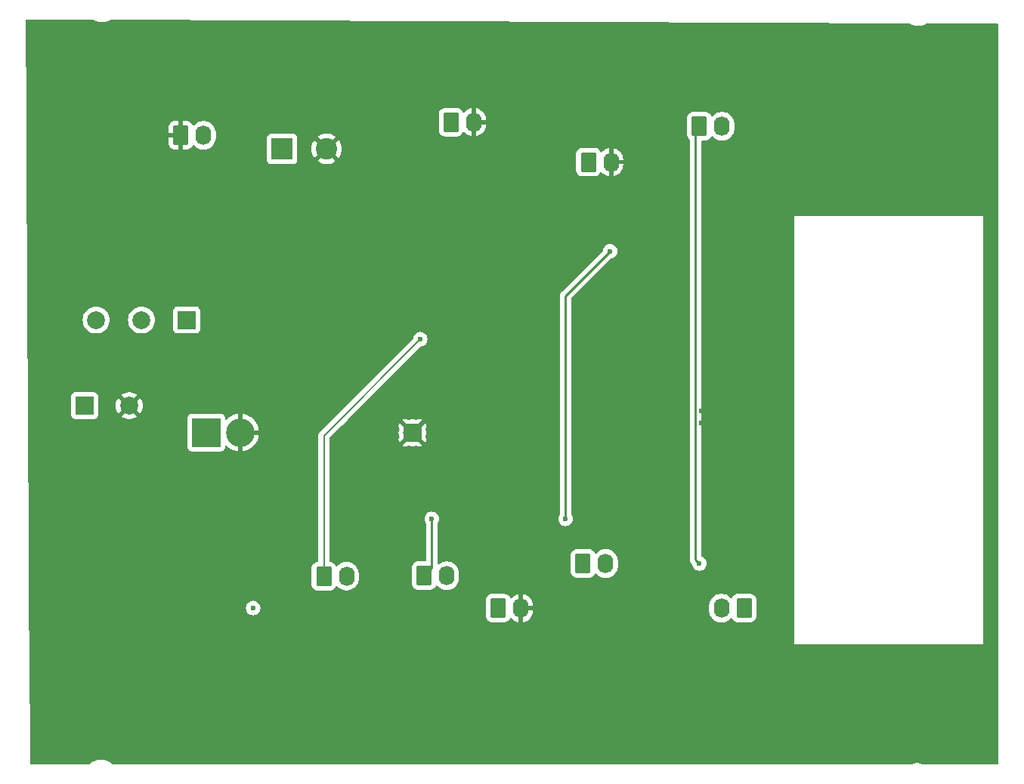
<source format=gbr>
%TF.GenerationSoftware,KiCad,Pcbnew,8.0.8*%
%TF.CreationDate,2025-03-12T15:52:42-05:00*%
%TF.ProjectId,group1_battlebot,67726f75-7031-45f6-9261-74746c65626f,rev?*%
%TF.SameCoordinates,Original*%
%TF.FileFunction,Copper,L2,Bot*%
%TF.FilePolarity,Positive*%
%FSLAX46Y46*%
G04 Gerber Fmt 4.6, Leading zero omitted, Abs format (unit mm)*
G04 Created by KiCad (PCBNEW 8.0.8) date 2025-03-12 15:52:42*
%MOMM*%
%LPD*%
G01*
G04 APERTURE LIST*
G04 Aperture macros list*
%AMRoundRect*
0 Rectangle with rounded corners*
0 $1 Rounding radius*
0 $2 $3 $4 $5 $6 $7 $8 $9 X,Y pos of 4 corners*
0 Add a 4 corners polygon primitive as box body*
4,1,4,$2,$3,$4,$5,$6,$7,$8,$9,$2,$3,0*
0 Add four circle primitives for the rounded corners*
1,1,$1+$1,$2,$3*
1,1,$1+$1,$4,$5*
1,1,$1+$1,$6,$7*
1,1,$1+$1,$8,$9*
0 Add four rect primitives between the rounded corners*
20,1,$1+$1,$2,$3,$4,$5,0*
20,1,$1+$1,$4,$5,$6,$7,0*
20,1,$1+$1,$6,$7,$8,$9,0*
20,1,$1+$1,$8,$9,$2,$3,0*%
G04 Aperture macros list end*
%TA.AperFunction,HeatsinkPad*%
%ADD10C,0.600000*%
%TD*%
%TA.AperFunction,ComponentPad*%
%ADD11RoundRect,0.250000X-0.620000X-0.845000X0.620000X-0.845000X0.620000X0.845000X-0.620000X0.845000X0*%
%TD*%
%TA.AperFunction,ComponentPad*%
%ADD12O,1.740000X2.190000*%
%TD*%
%TA.AperFunction,ComponentPad*%
%ADD13RoundRect,0.250000X0.620000X0.845000X-0.620000X0.845000X-0.620000X-0.845000X0.620000X-0.845000X0*%
%TD*%
%TA.AperFunction,HeatsinkPad*%
%ADD14C,0.500000*%
%TD*%
%TA.AperFunction,HeatsinkPad*%
%ADD15R,2.100000X2.100000*%
%TD*%
%TA.AperFunction,ComponentPad*%
%ADD16R,2.000000X2.000000*%
%TD*%
%TA.AperFunction,ComponentPad*%
%ADD17C,2.000000*%
%TD*%
%TA.AperFunction,ComponentPad*%
%ADD18R,2.400000X2.400000*%
%TD*%
%TA.AperFunction,ComponentPad*%
%ADD19C,2.400000*%
%TD*%
%TA.AperFunction,ComponentPad*%
%ADD20R,3.200000X3.200000*%
%TD*%
%TA.AperFunction,ComponentPad*%
%ADD21O,3.200000X3.200000*%
%TD*%
%TA.AperFunction,ViaPad*%
%ADD22C,0.600000*%
%TD*%
%TA.AperFunction,Conductor*%
%ADD23C,0.200000*%
%TD*%
%TA.AperFunction,Conductor*%
%ADD24C,0.254000*%
%TD*%
%TA.AperFunction,Conductor*%
%ADD25C,0.508000*%
%TD*%
G04 APERTURE END LIST*
D10*
%TO.P,U6,39,GND*%
%TO.N,GND*%
X117287600Y-87156000D03*
X115887600Y-87156000D03*
X117987600Y-87856000D03*
X116587600Y-87856000D03*
X115187600Y-87856000D03*
X117287600Y-88531000D03*
X115887600Y-88531000D03*
X117987600Y-89256000D03*
X116587600Y-89256000D03*
X115187600Y-89256000D03*
X117287600Y-89956000D03*
X115887600Y-89956000D03*
%TD*%
D11*
%TO.P,J7,1,Pin_1*%
%TO.N,+3.3V*%
X102565200Y-60000000D03*
D12*
%TO.P,J7,2,Pin_2*%
%TO.N,GND*%
X105105200Y-60000000D03*
%TD*%
D13*
%TO.P,J6,1,Pin_1*%
%TO.N,Net-(J6-Pin_1)*%
X120000000Y-110000000D03*
D12*
%TO.P,J6,2,Pin_2*%
%TO.N,Net-(J6-Pin_2)*%
X117460000Y-110000000D03*
%TD*%
D14*
%TO.P,U3,17,GND*%
%TO.N,GND*%
X82046200Y-89552600D03*
X82046200Y-90352600D03*
X82046200Y-91152600D03*
X82846200Y-89552600D03*
X82846200Y-90352600D03*
D15*
X82846200Y-90352600D03*
D14*
X82846200Y-91152600D03*
X83646200Y-89552600D03*
X83646200Y-90352600D03*
X83646200Y-91152600D03*
%TD*%
D16*
%TO.P,SW1,1,A*%
%TO.N,unconnected-(SW1-A-Pad1)*%
X57571100Y-77702800D03*
D17*
%TO.P,SW1,2,B*%
%TO.N,Net-(J1-Pin_2)*%
X52491100Y-77702800D03*
%TO.P,SW1,3,C*%
%TO.N,/12v_out*%
X47411100Y-77702800D03*
%TD*%
D11*
%TO.P,J5,1,Pin_1*%
%TO.N,Net-(J5-Pin_1)*%
X92460000Y-110000000D03*
D12*
%TO.P,J5,2,Pin_2*%
%TO.N,GND*%
X95000000Y-110000000D03*
%TD*%
D16*
%TO.P,C1,1*%
%TO.N,/12v_out*%
X46120623Y-87314400D03*
D17*
%TO.P,C1,2*%
%TO.N,GND*%
X51120623Y-87314400D03*
%TD*%
D11*
%TO.P,J9,1,Pin_1*%
%TO.N,Net-(J9-Pin_1)*%
X101960000Y-105000000D03*
D12*
%TO.P,J9,2,Pin_2*%
%TO.N,Net-(J9-Pin_2)*%
X104500000Y-105000000D03*
%TD*%
D11*
%TO.P,J3,1,Pin_1*%
%TO.N,Net-(J3-Pin_1)*%
X84149900Y-106364400D03*
D12*
%TO.P,J3,2,Pin_2*%
%TO.N,Net-(J3-Pin_2)*%
X86689900Y-106364400D03*
%TD*%
D11*
%TO.P,J1,1,Pin_1*%
%TO.N,GND*%
X56896000Y-56997600D03*
D12*
%TO.P,J1,2,Pin_2*%
%TO.N,Net-(J1-Pin_2)*%
X59436000Y-56997600D03*
%TD*%
D18*
%TO.P,C2,1*%
%TO.N,/3v3 output*%
X68237241Y-58521600D03*
D19*
%TO.P,C2,2*%
%TO.N,GND*%
X73237241Y-58521600D03*
%TD*%
D11*
%TO.P,J8,1,Pin_1*%
%TO.N,Net-(J8-Pin_1)*%
X115000000Y-55981600D03*
D12*
%TO.P,J8,2,Pin_2*%
%TO.N,unconnected-(J8-Pin_2-Pad2)*%
X117540000Y-55981600D03*
%TD*%
D20*
%TO.P,D1,1,K*%
%TO.N,Net-(D1-K)*%
X59740800Y-90322400D03*
D21*
%TO.P,D1,2,A*%
%TO.N,GND*%
X63550800Y-90322400D03*
%TD*%
D11*
%TO.P,J4,1,Pin_1*%
%TO.N,Net-(J4-Pin_1)*%
X87172800Y-55524400D03*
D12*
%TO.P,J4,2,Pin_2*%
%TO.N,GND*%
X89712800Y-55524400D03*
%TD*%
D11*
%TO.P,J2,1,Pin_1*%
%TO.N,Net-(J2-Pin_1)*%
X72923100Y-106415200D03*
D12*
%TO.P,J2,2,Pin_2*%
%TO.N,Net-(J2-Pin_2)*%
X75463100Y-106415200D03*
%TD*%
D22*
%TO.N,GND*%
X87274400Y-97790000D03*
X91084400Y-90576400D03*
%TO.N,/3v3 output*%
X65000000Y-110000000D03*
%TO.N,Net-(J2-Pin_1)*%
X83718400Y-79857600D03*
%TO.N,Net-(J3-Pin_1)*%
X85000000Y-100000000D03*
%TO.N,Net-(J8-Pin_1)*%
X115000000Y-105000000D03*
%TO.N,/HBridgeB1*%
X105000000Y-70000000D03*
X100000000Y-100000000D03*
%TD*%
D23*
%TO.N,Net-(J2-Pin_1)*%
X83718400Y-79857600D02*
X72923100Y-90652900D01*
X72923100Y-90652900D02*
X72923100Y-106415200D01*
D24*
%TO.N,Net-(J3-Pin_1)*%
X85000000Y-100000000D02*
X85000000Y-105514300D01*
X85000000Y-105514300D02*
X84149900Y-106364400D01*
%TO.N,Net-(J8-Pin_1)*%
X115000000Y-105000000D02*
X114560600Y-104560600D01*
D25*
X114433600Y-56548000D02*
X115000000Y-55981600D01*
D24*
X114560600Y-104560600D02*
X114560600Y-56421000D01*
X114560600Y-56421000D02*
X115000000Y-55981600D01*
%TO.N,/HBridgeB1*%
X100000000Y-100000000D02*
X100000000Y-75000000D01*
X100000000Y-75000000D02*
X105000000Y-70000000D01*
%TD*%
%TA.AperFunction,Conductor*%
%TO.N,GND*%
G36*
X47035130Y-44034564D02*
G01*
X47096551Y-44051173D01*
X47236588Y-44132024D01*
X47460700Y-44224854D01*
X47695011Y-44287638D01*
X47875386Y-44311384D01*
X47935511Y-44319300D01*
X47935512Y-44319300D01*
X48178089Y-44319300D01*
X48226188Y-44312967D01*
X48418589Y-44287638D01*
X48652900Y-44224854D01*
X48877012Y-44132024D01*
X49000932Y-44060478D01*
X49063492Y-44043869D01*
X138497913Y-44454118D01*
X138559334Y-44470727D01*
X138676588Y-44538424D01*
X138900700Y-44631254D01*
X139135011Y-44694038D01*
X139315386Y-44717784D01*
X139375511Y-44725700D01*
X139375512Y-44725700D01*
X139618089Y-44725700D01*
X139666188Y-44719367D01*
X139858589Y-44694038D01*
X140092900Y-44631254D01*
X140317012Y-44538424D01*
X140317019Y-44538419D01*
X140317023Y-44538418D01*
X140384546Y-44499433D01*
X140418504Y-44479827D01*
X140481068Y-44463215D01*
X148376571Y-44499433D01*
X148443517Y-44519425D01*
X148489029Y-44572438D01*
X148500000Y-44623432D01*
X148500000Y-127376000D01*
X148480315Y-127443039D01*
X148427511Y-127488794D01*
X148376000Y-127500000D01*
X140066311Y-127500000D01*
X140018861Y-127490562D01*
X139991300Y-127479146D01*
X139756989Y-127416362D01*
X139756988Y-127416361D01*
X139756985Y-127416361D01*
X139516489Y-127384700D01*
X139516488Y-127384700D01*
X139273912Y-127384700D01*
X139273911Y-127384700D01*
X139033414Y-127416361D01*
X138799103Y-127479145D01*
X138799101Y-127479145D01*
X138799100Y-127479146D01*
X138771538Y-127490562D01*
X138724089Y-127500000D01*
X49294766Y-127500000D01*
X49227727Y-127480315D01*
X49207085Y-127463681D01*
X49177943Y-127434539D01*
X49177936Y-127434533D01*
X48985493Y-127286867D01*
X48985492Y-127286866D01*
X48985489Y-127286864D01*
X48775412Y-127165576D01*
X48775405Y-127165573D01*
X48551304Y-127072747D01*
X48316985Y-127009961D01*
X48076489Y-126978300D01*
X48076488Y-126978300D01*
X47833912Y-126978300D01*
X47833911Y-126978300D01*
X47593414Y-127009961D01*
X47359095Y-127072747D01*
X47134994Y-127165573D01*
X47134985Y-127165577D01*
X46924906Y-127286867D01*
X46732463Y-127434533D01*
X46732456Y-127434539D01*
X46703315Y-127463681D01*
X46641992Y-127497166D01*
X46615634Y-127500000D01*
X40123260Y-127500000D01*
X40056221Y-127480315D01*
X40010466Y-127427511D01*
X39999262Y-127376743D01*
X39919497Y-114056000D01*
X125607600Y-114056000D01*
X146797600Y-114056000D01*
X146797600Y-66056000D01*
X125607600Y-66056000D01*
X125607600Y-114056000D01*
X39919497Y-114056000D01*
X39900883Y-110947492D01*
X39895209Y-109999996D01*
X64186384Y-109999996D01*
X64186384Y-110000003D01*
X64206781Y-110181041D01*
X64206782Y-110181046D01*
X64247949Y-110298693D01*
X64266957Y-110353015D01*
X64363889Y-110507281D01*
X64492719Y-110636111D01*
X64646985Y-110733043D01*
X64818953Y-110793217D01*
X64818958Y-110793218D01*
X64999996Y-110813616D01*
X65000000Y-110813616D01*
X65000004Y-110813616D01*
X65181041Y-110793218D01*
X65181044Y-110793217D01*
X65181047Y-110793217D01*
X65353015Y-110733043D01*
X65507281Y-110636111D01*
X65636111Y-110507281D01*
X65733043Y-110353015D01*
X65793217Y-110181047D01*
X65813616Y-110000000D01*
X65793217Y-109818953D01*
X65733043Y-109646985D01*
X65636111Y-109492719D01*
X65507281Y-109363889D01*
X65353015Y-109266957D01*
X65292657Y-109245837D01*
X65181046Y-109206782D01*
X65181041Y-109206781D01*
X65000004Y-109186384D01*
X64999996Y-109186384D01*
X64818958Y-109206781D01*
X64818953Y-109206782D01*
X64646982Y-109266958D01*
X64492718Y-109363889D01*
X64363889Y-109492718D01*
X64266958Y-109646982D01*
X64206782Y-109818953D01*
X64206781Y-109818958D01*
X64186384Y-109999996D01*
X39895209Y-109999996D01*
X39889847Y-109104447D01*
X91081500Y-109104447D01*
X91081500Y-110895537D01*
X91081501Y-110895553D01*
X91092113Y-110999427D01*
X91133072Y-111123034D01*
X91147885Y-111167738D01*
X91240970Y-111318652D01*
X91366348Y-111444030D01*
X91517262Y-111537115D01*
X91685574Y-111592887D01*
X91789455Y-111603500D01*
X93130544Y-111603499D01*
X93234426Y-111592887D01*
X93402738Y-111537115D01*
X93553652Y-111444030D01*
X93679030Y-111318652D01*
X93772115Y-111167738D01*
X93772116Y-111167735D01*
X93775906Y-111161591D01*
X93777358Y-111162486D01*
X93817587Y-111116794D01*
X93884780Y-111097639D01*
X93951662Y-111117852D01*
X93971482Y-111133954D01*
X94107502Y-111269974D01*
X94281963Y-111396728D01*
X94474098Y-111494627D01*
X94679190Y-111561266D01*
X94750000Y-111572481D01*
X94750000Y-110542709D01*
X94770339Y-110554452D01*
X94921667Y-110595000D01*
X95078333Y-110595000D01*
X95229661Y-110554452D01*
X95250000Y-110542709D01*
X95250000Y-111572480D01*
X95320809Y-111561266D01*
X95525901Y-111494627D01*
X95718036Y-111396728D01*
X95892496Y-111269974D01*
X95892497Y-111269974D01*
X96044974Y-111117497D01*
X96044974Y-111117496D01*
X96171728Y-110943036D01*
X96269627Y-110750901D01*
X96336265Y-110545809D01*
X96370000Y-110332820D01*
X96370000Y-110250000D01*
X95542709Y-110250000D01*
X95554452Y-110229661D01*
X95595000Y-110078333D01*
X95595000Y-109921667D01*
X95554452Y-109770339D01*
X95542709Y-109750000D01*
X96370000Y-109750000D01*
X96370000Y-109667179D01*
X96369893Y-109666504D01*
X116081500Y-109666504D01*
X116081500Y-110333495D01*
X116115442Y-110547796D01*
X116115443Y-110547800D01*
X116182494Y-110754160D01*
X116281001Y-110947492D01*
X116408539Y-111123033D01*
X116561967Y-111276461D01*
X116737508Y-111403999D01*
X116930840Y-111502506D01*
X117137200Y-111569557D01*
X117217566Y-111582285D01*
X117351505Y-111603500D01*
X117351510Y-111603500D01*
X117568495Y-111603500D01*
X117687551Y-111584642D01*
X117782800Y-111569557D01*
X117989160Y-111502506D01*
X118182492Y-111403999D01*
X118358033Y-111276461D01*
X118492636Y-111141857D01*
X118553955Y-111108375D01*
X118623647Y-111113359D01*
X118679581Y-111155230D01*
X118685852Y-111164444D01*
X118780967Y-111318648D01*
X118780970Y-111318652D01*
X118906348Y-111444030D01*
X119057262Y-111537115D01*
X119225574Y-111592887D01*
X119329455Y-111603500D01*
X120670544Y-111603499D01*
X120774426Y-111592887D01*
X120942738Y-111537115D01*
X121093652Y-111444030D01*
X121219030Y-111318652D01*
X121312115Y-111167738D01*
X121367887Y-110999426D01*
X121378500Y-110895545D01*
X121378499Y-109104456D01*
X121367887Y-109000574D01*
X121312115Y-108832262D01*
X121219030Y-108681348D01*
X121093652Y-108555970D01*
X120942738Y-108462885D01*
X120844830Y-108430442D01*
X120774427Y-108407113D01*
X120670545Y-108396500D01*
X119329462Y-108396500D01*
X119329446Y-108396501D01*
X119225572Y-108407113D01*
X119057264Y-108462884D01*
X119057259Y-108462886D01*
X118906346Y-108555971D01*
X118780969Y-108681348D01*
X118685852Y-108835556D01*
X118633904Y-108882280D01*
X118564941Y-108893501D01*
X118500859Y-108865658D01*
X118492633Y-108858139D01*
X118358035Y-108723541D01*
X118358033Y-108723539D01*
X118182492Y-108596001D01*
X117989160Y-108497494D01*
X117782800Y-108430443D01*
X117782798Y-108430442D01*
X117782796Y-108430442D01*
X117568495Y-108396500D01*
X117568490Y-108396500D01*
X117351510Y-108396500D01*
X117351505Y-108396500D01*
X117137203Y-108430442D01*
X116930837Y-108497495D01*
X116737507Y-108596001D01*
X116637355Y-108668766D01*
X116561967Y-108723539D01*
X116561965Y-108723541D01*
X116561964Y-108723541D01*
X116408541Y-108876964D01*
X116408541Y-108876965D01*
X116408539Y-108876967D01*
X116392146Y-108899530D01*
X116281001Y-109052507D01*
X116182495Y-109245837D01*
X116115442Y-109452203D01*
X116081500Y-109666504D01*
X96369893Y-109666504D01*
X96336265Y-109454190D01*
X96269627Y-109249098D01*
X96171728Y-109056963D01*
X96044974Y-108882503D01*
X96044974Y-108882502D01*
X95892497Y-108730025D01*
X95718036Y-108603271D01*
X95525899Y-108505372D01*
X95320805Y-108438733D01*
X95250000Y-108427518D01*
X95250000Y-109457290D01*
X95229661Y-109445548D01*
X95078333Y-109405000D01*
X94921667Y-109405000D01*
X94770339Y-109445548D01*
X94750000Y-109457290D01*
X94750000Y-108427518D01*
X94749999Y-108427518D01*
X94679194Y-108438733D01*
X94474100Y-108505372D01*
X94281963Y-108603271D01*
X94107506Y-108730022D01*
X93971482Y-108866046D01*
X93910159Y-108899530D01*
X93840467Y-108894546D01*
X93784534Y-108852674D01*
X93775969Y-108838369D01*
X93775906Y-108838409D01*
X93772115Y-108832263D01*
X93772115Y-108832262D01*
X93679030Y-108681348D01*
X93553652Y-108555970D01*
X93402738Y-108462885D01*
X93304830Y-108430442D01*
X93234427Y-108407113D01*
X93130545Y-108396500D01*
X91789462Y-108396500D01*
X91789446Y-108396501D01*
X91685572Y-108407113D01*
X91517264Y-108462884D01*
X91517259Y-108462886D01*
X91366346Y-108555971D01*
X91240971Y-108681346D01*
X91147886Y-108832259D01*
X91147884Y-108832264D01*
X91092113Y-109000572D01*
X91081500Y-109104447D01*
X39889847Y-109104447D01*
X39868381Y-105519647D01*
X71544600Y-105519647D01*
X71544600Y-107310737D01*
X71544601Y-107310753D01*
X71555213Y-107414627D01*
X71602410Y-107557060D01*
X71610985Y-107582938D01*
X71704070Y-107733852D01*
X71829448Y-107859230D01*
X71980362Y-107952315D01*
X72148674Y-108008087D01*
X72252555Y-108018700D01*
X73593644Y-108018699D01*
X73697526Y-108008087D01*
X73865838Y-107952315D01*
X74016752Y-107859230D01*
X74142130Y-107733852D01*
X74235215Y-107582938D01*
X74235215Y-107582935D01*
X74237246Y-107579644D01*
X74289194Y-107532920D01*
X74358157Y-107521697D01*
X74422239Y-107549541D01*
X74430466Y-107557060D01*
X74565067Y-107691661D01*
X74740608Y-107819199D01*
X74933940Y-107917706D01*
X75140300Y-107984757D01*
X75220666Y-107997485D01*
X75354605Y-108018700D01*
X75354610Y-108018700D01*
X75571595Y-108018700D01*
X75690651Y-107999842D01*
X75785900Y-107984757D01*
X75992260Y-107917706D01*
X76185592Y-107819199D01*
X76361133Y-107691661D01*
X76514561Y-107538233D01*
X76642099Y-107362692D01*
X76740606Y-107169360D01*
X76807657Y-106963000D01*
X76822742Y-106867751D01*
X76841600Y-106748695D01*
X76841600Y-106081704D01*
X76812116Y-105895553D01*
X76807657Y-105867400D01*
X76740606Y-105661040D01*
X76642679Y-105468847D01*
X82771400Y-105468847D01*
X82771400Y-107259937D01*
X82771401Y-107259953D01*
X82782013Y-107363827D01*
X82837784Y-107532135D01*
X82837786Y-107532140D01*
X82848519Y-107549541D01*
X82930870Y-107683052D01*
X83056248Y-107808430D01*
X83207162Y-107901515D01*
X83375474Y-107957287D01*
X83479355Y-107967900D01*
X84820444Y-107967899D01*
X84924326Y-107957287D01*
X85092638Y-107901515D01*
X85243552Y-107808430D01*
X85368930Y-107683052D01*
X85462015Y-107532138D01*
X85462015Y-107532135D01*
X85464046Y-107528844D01*
X85515994Y-107482120D01*
X85584957Y-107470897D01*
X85649039Y-107498741D01*
X85657266Y-107506260D01*
X85791867Y-107640861D01*
X85967408Y-107768399D01*
X86160740Y-107866906D01*
X86367100Y-107933957D01*
X86447466Y-107946685D01*
X86581405Y-107967900D01*
X86581410Y-107967900D01*
X86798395Y-107967900D01*
X86917451Y-107949042D01*
X87012700Y-107933957D01*
X87219060Y-107866906D01*
X87412392Y-107768399D01*
X87587933Y-107640861D01*
X87741361Y-107487433D01*
X87868899Y-107311892D01*
X87967406Y-107118560D01*
X88034457Y-106912200D01*
X88049542Y-106816951D01*
X88068400Y-106697895D01*
X88068400Y-106030904D01*
X88034457Y-105816603D01*
X88034457Y-105816600D01*
X87967406Y-105610240D01*
X87868899Y-105416908D01*
X87741361Y-105241367D01*
X87587933Y-105087939D01*
X87412392Y-104960401D01*
X87219060Y-104861894D01*
X87012700Y-104794843D01*
X87012698Y-104794842D01*
X87012696Y-104794842D01*
X86798395Y-104760900D01*
X86798390Y-104760900D01*
X86581410Y-104760900D01*
X86581405Y-104760900D01*
X86367103Y-104794842D01*
X86160737Y-104861895D01*
X85967404Y-104960403D01*
X85832385Y-105058500D01*
X85766579Y-105081980D01*
X85698525Y-105066154D01*
X85649830Y-105016049D01*
X85635500Y-104958182D01*
X85635500Y-104104447D01*
X100581500Y-104104447D01*
X100581500Y-105895537D01*
X100581501Y-105895553D01*
X100592113Y-105999427D01*
X100639310Y-106141860D01*
X100647885Y-106167738D01*
X100740970Y-106318652D01*
X100866348Y-106444030D01*
X101017262Y-106537115D01*
X101185574Y-106592887D01*
X101289455Y-106603500D01*
X102630544Y-106603499D01*
X102734426Y-106592887D01*
X102902738Y-106537115D01*
X103053652Y-106444030D01*
X103179030Y-106318652D01*
X103272115Y-106167738D01*
X103272115Y-106167735D01*
X103274146Y-106164444D01*
X103326094Y-106117720D01*
X103395057Y-106106497D01*
X103459139Y-106134341D01*
X103467366Y-106141860D01*
X103601967Y-106276461D01*
X103777508Y-106403999D01*
X103970840Y-106502506D01*
X104177200Y-106569557D01*
X104257566Y-106582285D01*
X104391505Y-106603500D01*
X104391510Y-106603500D01*
X104608495Y-106603500D01*
X104727551Y-106584642D01*
X104822800Y-106569557D01*
X105029160Y-106502506D01*
X105222492Y-106403999D01*
X105398033Y-106276461D01*
X105551461Y-106123033D01*
X105678999Y-105947492D01*
X105777506Y-105754160D01*
X105844557Y-105547800D01*
X105865468Y-105415772D01*
X105878500Y-105333495D01*
X105878500Y-104666504D01*
X105851812Y-104498009D01*
X105844557Y-104452200D01*
X105777506Y-104245840D01*
X105678999Y-104052508D01*
X105551461Y-103876967D01*
X105398033Y-103723539D01*
X105222492Y-103596001D01*
X105029160Y-103497494D01*
X104822800Y-103430443D01*
X104822798Y-103430442D01*
X104822796Y-103430442D01*
X104608495Y-103396500D01*
X104608490Y-103396500D01*
X104391510Y-103396500D01*
X104391505Y-103396500D01*
X104177203Y-103430442D01*
X103970837Y-103497495D01*
X103777507Y-103596001D01*
X103601968Y-103723538D01*
X103467366Y-103858140D01*
X103406043Y-103891624D01*
X103336351Y-103886640D01*
X103280418Y-103844768D01*
X103274147Y-103835555D01*
X103179032Y-103681351D01*
X103179029Y-103681347D01*
X103053653Y-103555971D01*
X103053652Y-103555970D01*
X102902738Y-103462885D01*
X102804830Y-103430442D01*
X102734427Y-103407113D01*
X102630545Y-103396500D01*
X101289462Y-103396500D01*
X101289446Y-103396501D01*
X101185572Y-103407113D01*
X101017264Y-103462884D01*
X101017259Y-103462886D01*
X100866346Y-103555971D01*
X100740971Y-103681346D01*
X100647886Y-103832259D01*
X100647884Y-103832264D01*
X100592113Y-104000572D01*
X100581500Y-104104447D01*
X85635500Y-104104447D01*
X85635500Y-100543977D01*
X85654507Y-100478005D01*
X85733039Y-100353022D01*
X85733041Y-100353019D01*
X85733041Y-100353017D01*
X85733043Y-100353015D01*
X85793217Y-100181047D01*
X85813616Y-100000000D01*
X85813616Y-99999996D01*
X99186384Y-99999996D01*
X99186384Y-100000003D01*
X99206781Y-100181041D01*
X99206782Y-100181046D01*
X99266958Y-100353017D01*
X99266961Y-100353022D01*
X99363889Y-100507281D01*
X99492719Y-100636111D01*
X99646985Y-100733043D01*
X99818953Y-100793217D01*
X99818958Y-100793218D01*
X99999996Y-100813616D01*
X100000000Y-100813616D01*
X100000004Y-100813616D01*
X100181041Y-100793218D01*
X100181044Y-100793217D01*
X100181047Y-100793217D01*
X100353015Y-100733043D01*
X100507281Y-100636111D01*
X100636111Y-100507281D01*
X100733043Y-100353015D01*
X100793217Y-100181047D01*
X100813616Y-100000000D01*
X100793217Y-99818953D01*
X100733043Y-99646985D01*
X100654506Y-99521994D01*
X100635500Y-99456022D01*
X100635500Y-75314594D01*
X100655185Y-75247555D01*
X100671814Y-75226918D01*
X105065245Y-70833486D01*
X105126566Y-70800003D01*
X105139022Y-70797951D01*
X105181047Y-70793217D01*
X105353015Y-70733043D01*
X105507281Y-70636111D01*
X105636111Y-70507281D01*
X105733043Y-70353015D01*
X105793217Y-70181047D01*
X105813616Y-70000000D01*
X105805207Y-69925372D01*
X105793218Y-69818958D01*
X105793217Y-69818953D01*
X105733043Y-69646985D01*
X105636111Y-69492719D01*
X105507281Y-69363889D01*
X105353015Y-69266957D01*
X105298693Y-69247949D01*
X105181046Y-69206782D01*
X105181041Y-69206781D01*
X105000004Y-69186384D01*
X104999996Y-69186384D01*
X104818958Y-69206781D01*
X104818953Y-69206782D01*
X104646982Y-69266958D01*
X104492718Y-69363889D01*
X104363889Y-69492718D01*
X104266958Y-69646982D01*
X104206782Y-69818955D01*
X104202049Y-69860959D01*
X104174982Y-69925372D01*
X104166510Y-69934755D01*
X99594892Y-74506375D01*
X99550632Y-74550634D01*
X99506373Y-74594893D01*
X99436830Y-74698971D01*
X99436823Y-74698984D01*
X99388923Y-74814626D01*
X99388920Y-74814638D01*
X99364500Y-74937404D01*
X99364500Y-99456022D01*
X99345494Y-99521994D01*
X99266958Y-99646982D01*
X99206782Y-99818953D01*
X99206781Y-99818958D01*
X99186384Y-99999996D01*
X85813616Y-99999996D01*
X85793217Y-99818953D01*
X85733043Y-99646985D01*
X85636111Y-99492719D01*
X85507281Y-99363889D01*
X85353015Y-99266957D01*
X85298693Y-99247949D01*
X85181046Y-99206782D01*
X85181041Y-99206781D01*
X85000004Y-99186384D01*
X84999996Y-99186384D01*
X84818958Y-99206781D01*
X84818953Y-99206782D01*
X84646982Y-99266958D01*
X84492718Y-99363889D01*
X84363889Y-99492718D01*
X84266958Y-99646982D01*
X84206782Y-99818953D01*
X84206781Y-99818958D01*
X84186384Y-99999996D01*
X84186384Y-100000003D01*
X84206781Y-100181041D01*
X84206782Y-100181046D01*
X84266958Y-100353019D01*
X84266960Y-100353022D01*
X84345493Y-100478005D01*
X84364500Y-100543977D01*
X84364500Y-104636900D01*
X84344815Y-104703939D01*
X84292011Y-104749694D01*
X84240500Y-104760900D01*
X83479362Y-104760900D01*
X83479346Y-104760901D01*
X83375472Y-104771513D01*
X83207164Y-104827284D01*
X83207159Y-104827286D01*
X83056246Y-104920371D01*
X82930871Y-105045746D01*
X82837786Y-105196659D01*
X82837784Y-105196664D01*
X82782013Y-105364972D01*
X82771400Y-105468847D01*
X76642679Y-105468847D01*
X76642099Y-105467708D01*
X76514561Y-105292167D01*
X76361133Y-105138739D01*
X76185592Y-105011201D01*
X75992260Y-104912694D01*
X75785900Y-104845643D01*
X75785898Y-104845642D01*
X75785896Y-104845642D01*
X75571595Y-104811700D01*
X75571590Y-104811700D01*
X75354610Y-104811700D01*
X75354605Y-104811700D01*
X75140303Y-104845642D01*
X74933937Y-104912695D01*
X74740607Y-105011201D01*
X74565068Y-105138738D01*
X74430466Y-105273340D01*
X74369143Y-105306824D01*
X74299451Y-105301840D01*
X74243518Y-105259968D01*
X74237247Y-105250755D01*
X74142132Y-105096551D01*
X74142129Y-105096547D01*
X74016753Y-104971171D01*
X74016752Y-104971170D01*
X73865838Y-104878085D01*
X73767930Y-104845642D01*
X73697527Y-104822313D01*
X73642995Y-104816741D01*
X73578304Y-104790343D01*
X73538154Y-104733162D01*
X73531600Y-104693383D01*
X73531600Y-91832867D01*
X81719484Y-91832867D01*
X81878253Y-91888423D01*
X81878258Y-91888424D01*
X82046196Y-91907346D01*
X82046204Y-91907346D01*
X82214141Y-91888424D01*
X82214149Y-91888422D01*
X82373669Y-91832604D01*
X82380223Y-91828486D01*
X82447458Y-91809482D01*
X82512177Y-91828486D01*
X82518730Y-91832604D01*
X82678250Y-91888422D01*
X82678258Y-91888424D01*
X82846196Y-91907346D01*
X82846204Y-91907346D01*
X83014141Y-91888424D01*
X83014149Y-91888422D01*
X83173669Y-91832604D01*
X83180223Y-91828486D01*
X83247458Y-91809482D01*
X83312177Y-91828486D01*
X83318730Y-91832604D01*
X83478250Y-91888422D01*
X83478258Y-91888424D01*
X83646196Y-91907346D01*
X83646204Y-91907346D01*
X83814138Y-91888424D01*
X83814143Y-91888423D01*
X83972913Y-91832867D01*
X83972914Y-91832867D01*
X83469423Y-91329377D01*
X83262584Y-91122538D01*
X83495070Y-91122538D01*
X83495070Y-91182662D01*
X83518078Y-91238208D01*
X83560592Y-91280722D01*
X83616138Y-91303730D01*
X83676262Y-91303730D01*
X83731808Y-91280722D01*
X83774322Y-91238208D01*
X83797330Y-91182662D01*
X83797330Y-91122538D01*
X83774322Y-91066992D01*
X83731808Y-91024478D01*
X83676262Y-91001470D01*
X83616138Y-91001470D01*
X83560592Y-91024478D01*
X83518078Y-91066992D01*
X83495070Y-91122538D01*
X83262584Y-91122538D01*
X83246200Y-91106154D01*
X83110658Y-91241696D01*
X83049335Y-91275181D01*
X82979643Y-91270197D01*
X82956930Y-91255599D01*
X82974322Y-91238208D01*
X82997330Y-91182662D01*
X82997330Y-91122538D01*
X82974322Y-91066992D01*
X82931808Y-91024478D01*
X82876262Y-91001470D01*
X82816138Y-91001470D01*
X82760592Y-91024478D01*
X82718078Y-91066992D01*
X82695070Y-91122538D01*
X82695070Y-91182662D01*
X82718078Y-91238208D01*
X82734117Y-91254247D01*
X82695781Y-91275181D01*
X82626089Y-91270197D01*
X82581742Y-91241696D01*
X82446200Y-91106154D01*
X82222977Y-91329377D01*
X81719484Y-91832867D01*
X73531600Y-91832867D01*
X73531600Y-90956310D01*
X73551285Y-90889271D01*
X73567914Y-90868634D01*
X74883952Y-89552596D01*
X81291454Y-89552596D01*
X81291454Y-89552600D01*
X81310375Y-89720541D01*
X81310376Y-89720546D01*
X81366197Y-89880071D01*
X81370319Y-89886632D01*
X81389315Y-89953870D01*
X81370319Y-90018568D01*
X81366197Y-90025128D01*
X81310376Y-90184653D01*
X81310375Y-90184658D01*
X81291454Y-90352596D01*
X81291454Y-90352603D01*
X81310375Y-90520541D01*
X81310376Y-90520546D01*
X81366197Y-90680071D01*
X81370319Y-90686632D01*
X81389315Y-90753870D01*
X81370319Y-90818568D01*
X81366197Y-90825128D01*
X81310376Y-90984653D01*
X81310375Y-90984658D01*
X81291454Y-91152596D01*
X81291454Y-91152600D01*
X81310376Y-91320544D01*
X81365931Y-91479313D01*
X81722707Y-91122538D01*
X81895070Y-91122538D01*
X81895070Y-91182662D01*
X81918078Y-91238208D01*
X81960592Y-91280722D01*
X82016138Y-91303730D01*
X82076262Y-91303730D01*
X82131808Y-91280722D01*
X82174322Y-91238208D01*
X82197330Y-91182662D01*
X82197330Y-91122538D01*
X82174322Y-91066992D01*
X82131808Y-91024478D01*
X82076262Y-91001470D01*
X82016138Y-91001470D01*
X81960592Y-91024478D01*
X81918078Y-91066992D01*
X81895070Y-91122538D01*
X81722707Y-91122538D01*
X81869423Y-90975823D01*
X82092646Y-90752600D01*
X82799754Y-90752600D01*
X82846200Y-90799046D01*
X82892646Y-90752600D01*
X82846200Y-90706154D01*
X82799754Y-90752600D01*
X82092646Y-90752600D01*
X81957104Y-90617058D01*
X81923619Y-90555735D01*
X81928603Y-90486043D01*
X81943200Y-90463330D01*
X81960592Y-90480722D01*
X82016138Y-90503730D01*
X82076262Y-90503730D01*
X82131808Y-90480722D01*
X82174322Y-90438208D01*
X82197330Y-90382662D01*
X82197330Y-90352600D01*
X82399754Y-90352600D01*
X82446200Y-90399046D01*
X82492646Y-90352600D01*
X82462584Y-90322538D01*
X82695070Y-90322538D01*
X82695070Y-90382662D01*
X82718078Y-90438208D01*
X82760592Y-90480722D01*
X82816138Y-90503730D01*
X82876262Y-90503730D01*
X82931808Y-90480722D01*
X82974322Y-90438208D01*
X82997330Y-90382662D01*
X82997330Y-90352600D01*
X83199754Y-90352600D01*
X83246200Y-90399046D01*
X83292646Y-90352600D01*
X83262584Y-90322538D01*
X83495070Y-90322538D01*
X83495070Y-90382662D01*
X83518078Y-90438208D01*
X83560592Y-90480722D01*
X83616138Y-90503730D01*
X83676262Y-90503730D01*
X83731808Y-90480722D01*
X83747847Y-90464682D01*
X83768781Y-90503019D01*
X83763797Y-90572711D01*
X83735296Y-90617058D01*
X83599754Y-90752600D01*
X83822977Y-90975823D01*
X84326467Y-91479314D01*
X84326467Y-91479313D01*
X84382023Y-91320543D01*
X84382024Y-91320538D01*
X84400946Y-91152600D01*
X84400946Y-91152596D01*
X84382024Y-90984658D01*
X84382022Y-90984650D01*
X84326204Y-90825130D01*
X84322086Y-90818577D01*
X84303082Y-90751342D01*
X84322086Y-90686623D01*
X84326204Y-90680069D01*
X84382022Y-90520549D01*
X84382024Y-90520541D01*
X84400946Y-90352603D01*
X84400946Y-90352596D01*
X84382024Y-90184658D01*
X84382022Y-90184650D01*
X84326204Y-90025130D01*
X84322086Y-90018577D01*
X84303082Y-89951342D01*
X84322086Y-89886623D01*
X84326204Y-89880069D01*
X84382022Y-89720549D01*
X84382024Y-89720541D01*
X84400946Y-89552600D01*
X84400946Y-89552596D01*
X84382024Y-89384658D01*
X84382023Y-89384653D01*
X84326467Y-89225885D01*
X84326467Y-89225884D01*
X83822977Y-89729377D01*
X83599754Y-89952600D01*
X83735296Y-90088142D01*
X83768781Y-90149465D01*
X83763797Y-90219157D01*
X83749199Y-90241869D01*
X83731808Y-90224478D01*
X83676262Y-90201470D01*
X83616138Y-90201470D01*
X83560592Y-90224478D01*
X83518078Y-90266992D01*
X83495070Y-90322538D01*
X83262584Y-90322538D01*
X83246200Y-90306154D01*
X83199754Y-90352600D01*
X82997330Y-90352600D01*
X82997330Y-90322538D01*
X82974322Y-90266992D01*
X82931808Y-90224478D01*
X82876262Y-90201470D01*
X82816138Y-90201470D01*
X82760592Y-90224478D01*
X82718078Y-90266992D01*
X82695070Y-90322538D01*
X82462584Y-90322538D01*
X82446200Y-90306154D01*
X82399754Y-90352600D01*
X82197330Y-90352600D01*
X82197330Y-90322538D01*
X82174322Y-90266992D01*
X82131808Y-90224478D01*
X82076262Y-90201470D01*
X82016138Y-90201470D01*
X81960592Y-90224478D01*
X81944552Y-90240517D01*
X81923619Y-90202181D01*
X81928603Y-90132489D01*
X81957104Y-90088142D01*
X82092646Y-89952600D01*
X82799754Y-89952600D01*
X82846200Y-89999046D01*
X82892646Y-89952600D01*
X82846200Y-89906154D01*
X82799754Y-89952600D01*
X82092646Y-89952600D01*
X81662584Y-89522538D01*
X81895070Y-89522538D01*
X81895070Y-89582662D01*
X81918078Y-89638208D01*
X81960592Y-89680722D01*
X82016138Y-89703730D01*
X82076262Y-89703730D01*
X82131808Y-89680722D01*
X82174322Y-89638208D01*
X82197330Y-89582662D01*
X82197330Y-89522538D01*
X82174322Y-89466992D01*
X82131808Y-89424478D01*
X82076262Y-89401470D01*
X82016138Y-89401470D01*
X81960592Y-89424478D01*
X81918078Y-89466992D01*
X81895070Y-89522538D01*
X81662584Y-89522538D01*
X81365931Y-89225885D01*
X81310376Y-89384655D01*
X81291454Y-89552596D01*
X74883952Y-89552596D01*
X75564217Y-88872331D01*
X81719485Y-88872331D01*
X82446200Y-89599046D01*
X82581742Y-89463504D01*
X82643065Y-89430019D01*
X82712757Y-89435003D01*
X82735469Y-89449600D01*
X82718078Y-89466992D01*
X82695070Y-89522538D01*
X82695070Y-89582662D01*
X82718078Y-89638208D01*
X82760592Y-89680722D01*
X82816138Y-89703730D01*
X82876262Y-89703730D01*
X82931808Y-89680722D01*
X82974322Y-89638208D01*
X82997330Y-89582662D01*
X82997330Y-89522538D01*
X82974322Y-89466992D01*
X82958282Y-89450952D01*
X82996619Y-89430019D01*
X83066311Y-89435003D01*
X83110658Y-89463504D01*
X83246200Y-89599046D01*
X83322708Y-89522538D01*
X83495070Y-89522538D01*
X83495070Y-89582662D01*
X83518078Y-89638208D01*
X83560592Y-89680722D01*
X83616138Y-89703730D01*
X83676262Y-89703730D01*
X83731808Y-89680722D01*
X83774322Y-89638208D01*
X83797330Y-89582662D01*
X83797330Y-89522538D01*
X83774322Y-89466992D01*
X83731808Y-89424478D01*
X83676262Y-89401470D01*
X83616138Y-89401470D01*
X83560592Y-89424478D01*
X83518078Y-89466992D01*
X83495070Y-89522538D01*
X83322708Y-89522538D01*
X83469423Y-89375823D01*
X83972914Y-88872331D01*
X83814144Y-88816776D01*
X83646204Y-88797854D01*
X83646196Y-88797854D01*
X83478258Y-88816775D01*
X83478253Y-88816776D01*
X83318728Y-88872597D01*
X83312168Y-88876719D01*
X83244930Y-88895715D01*
X83180232Y-88876719D01*
X83173671Y-88872597D01*
X83014146Y-88816776D01*
X83014141Y-88816775D01*
X82846204Y-88797854D01*
X82846196Y-88797854D01*
X82678258Y-88816775D01*
X82678253Y-88816776D01*
X82518728Y-88872597D01*
X82512168Y-88876719D01*
X82444930Y-88895715D01*
X82380232Y-88876719D01*
X82373671Y-88872597D01*
X82214146Y-88816776D01*
X82214141Y-88816775D01*
X82046204Y-88797854D01*
X82046196Y-88797854D01*
X81878255Y-88816776D01*
X81719485Y-88872331D01*
X75564217Y-88872331D01*
X83740612Y-80695935D01*
X83801933Y-80662452D01*
X83814388Y-80660400D01*
X83899447Y-80650817D01*
X84071415Y-80590643D01*
X84225681Y-80493711D01*
X84354511Y-80364881D01*
X84451443Y-80210615D01*
X84511617Y-80038647D01*
X84532016Y-79857600D01*
X84529513Y-79835388D01*
X84511618Y-79676558D01*
X84511617Y-79676553D01*
X84451443Y-79504585D01*
X84354511Y-79350319D01*
X84225681Y-79221489D01*
X84071415Y-79124557D01*
X84017093Y-79105549D01*
X83899446Y-79064382D01*
X83899441Y-79064381D01*
X83718404Y-79043984D01*
X83718396Y-79043984D01*
X83537358Y-79064381D01*
X83537353Y-79064382D01*
X83365382Y-79124558D01*
X83211118Y-79221489D01*
X83082289Y-79350318D01*
X82985357Y-79504583D01*
X82925181Y-79676558D01*
X82915600Y-79761592D01*
X82888533Y-79826005D01*
X82880061Y-79835388D01*
X72436180Y-90279270D01*
X72436176Y-90279276D01*
X72356067Y-90418026D01*
X72356068Y-90418026D01*
X72356068Y-90418027D01*
X72314600Y-90572789D01*
X72314600Y-104693384D01*
X72294915Y-104760423D01*
X72242111Y-104806178D01*
X72203203Y-104816742D01*
X72148672Y-104822313D01*
X71980364Y-104878084D01*
X71980359Y-104878086D01*
X71829446Y-104971171D01*
X71704071Y-105096546D01*
X71610986Y-105247459D01*
X71610984Y-105247464D01*
X71555213Y-105415772D01*
X71544600Y-105519647D01*
X39868381Y-105519647D01*
X39753088Y-86265745D01*
X44612123Y-86265745D01*
X44612123Y-88363054D01*
X44618634Y-88423602D01*
X44618634Y-88423604D01*
X44661306Y-88538009D01*
X44669734Y-88560604D01*
X44757362Y-88677661D01*
X44874419Y-88765289D01*
X45011422Y-88816389D01*
X45038673Y-88819318D01*
X45071968Y-88822899D01*
X45071985Y-88822900D01*
X47169261Y-88822900D01*
X47169277Y-88822899D01*
X47196315Y-88819991D01*
X47229824Y-88816389D01*
X47366827Y-88765289D01*
X47483884Y-88677661D01*
X47571512Y-88560604D01*
X47622612Y-88423601D01*
X47626214Y-88390092D01*
X47629122Y-88363054D01*
X47629123Y-88363037D01*
X47629123Y-87314394D01*
X49615482Y-87314394D01*
X49615482Y-87314405D01*
X49636008Y-87562129D01*
X49636010Y-87562138D01*
X49697035Y-87803117D01*
X49796890Y-88030767D01*
X49897185Y-88184281D01*
X50637660Y-87443808D01*
X50654698Y-87507393D01*
X50720524Y-87621407D01*
X50813616Y-87714499D01*
X50927630Y-87780325D01*
X50991214Y-87797362D01*
X50250566Y-88538009D01*
X50297391Y-88574455D01*
X50297394Y-88574457D01*
X50516008Y-88692764D01*
X50516019Y-88692769D01*
X50751129Y-88773483D01*
X50996330Y-88814400D01*
X51244916Y-88814400D01*
X51490116Y-88773483D01*
X51725226Y-88692769D01*
X51725237Y-88692764D01*
X51760381Y-88673745D01*
X57632300Y-88673745D01*
X57632300Y-91971054D01*
X57638811Y-92031602D01*
X57638811Y-92031604D01*
X57689911Y-92168604D01*
X57777539Y-92285661D01*
X57894596Y-92373289D01*
X58031599Y-92424389D01*
X58058850Y-92427318D01*
X58092145Y-92430899D01*
X58092162Y-92430900D01*
X61389438Y-92430900D01*
X61389454Y-92430899D01*
X61416492Y-92427991D01*
X61450001Y-92424389D01*
X61587004Y-92373289D01*
X61704061Y-92285661D01*
X61791689Y-92168604D01*
X61842789Y-92031601D01*
X61846391Y-91998092D01*
X61849299Y-91971054D01*
X61849300Y-91971037D01*
X61849300Y-91891664D01*
X61868985Y-91824625D01*
X61921789Y-91778870D01*
X61990947Y-91768926D01*
X62054503Y-91797951D01*
X62063924Y-91807028D01*
X62114088Y-91860742D01*
X62336935Y-92042041D01*
X62336946Y-92042048D01*
X62582407Y-92191317D01*
X62845908Y-92305771D01*
X63122537Y-92383279D01*
X63122546Y-92383281D01*
X63300799Y-92407780D01*
X63300800Y-92407780D01*
X63300800Y-91084760D01*
X63317449Y-91091657D01*
X63472007Y-91122400D01*
X63629593Y-91122400D01*
X63784151Y-91091657D01*
X63800800Y-91084760D01*
X63800800Y-92407780D01*
X63979053Y-92383281D01*
X63979062Y-92383279D01*
X64255691Y-92305771D01*
X64519192Y-92191317D01*
X64764653Y-92042048D01*
X64764664Y-92042041D01*
X64987511Y-91860741D01*
X65183595Y-91650786D01*
X65183595Y-91650785D01*
X65349272Y-91416076D01*
X65481444Y-91160995D01*
X65577649Y-90890302D01*
X65577653Y-90890288D01*
X65636102Y-90609019D01*
X65638607Y-90572400D01*
X64313161Y-90572400D01*
X64320057Y-90555751D01*
X64350800Y-90401193D01*
X64350800Y-90243607D01*
X64320057Y-90089049D01*
X64313161Y-90072400D01*
X65638607Y-90072400D01*
X65638607Y-90072399D01*
X65636102Y-90035780D01*
X65577653Y-89754511D01*
X65577649Y-89754497D01*
X65481444Y-89483804D01*
X65349272Y-89228723D01*
X65183595Y-88994014D01*
X65183595Y-88994013D01*
X64987511Y-88784058D01*
X64764664Y-88602758D01*
X64764653Y-88602751D01*
X64519192Y-88453482D01*
X64255691Y-88339028D01*
X63979062Y-88261520D01*
X63979055Y-88261519D01*
X63800800Y-88237018D01*
X63800800Y-89560039D01*
X63784151Y-89553143D01*
X63629593Y-89522400D01*
X63472007Y-89522400D01*
X63317449Y-89553143D01*
X63300800Y-89560039D01*
X63300800Y-88237018D01*
X63122544Y-88261519D01*
X63122537Y-88261520D01*
X62845908Y-88339028D01*
X62582407Y-88453482D01*
X62336946Y-88602751D01*
X62336935Y-88602758D01*
X62114092Y-88784054D01*
X62063924Y-88837772D01*
X62003779Y-88873331D01*
X61933958Y-88870728D01*
X61876628Y-88830791D01*
X61849990Y-88766198D01*
X61849300Y-88753135D01*
X61849300Y-88673762D01*
X61849299Y-88673745D01*
X61845957Y-88642670D01*
X61842789Y-88613199D01*
X61828338Y-88574456D01*
X61814744Y-88538009D01*
X61791689Y-88476196D01*
X61704061Y-88359139D01*
X61587004Y-88271511D01*
X61450003Y-88220411D01*
X61389454Y-88213900D01*
X61389438Y-88213900D01*
X58092162Y-88213900D01*
X58092145Y-88213900D01*
X58031597Y-88220411D01*
X58031595Y-88220411D01*
X57894595Y-88271511D01*
X57777539Y-88359139D01*
X57689911Y-88476195D01*
X57638811Y-88613195D01*
X57638811Y-88613197D01*
X57632300Y-88673745D01*
X51760381Y-88673745D01*
X51943853Y-88574456D01*
X51943859Y-88574451D01*
X51990678Y-88538010D01*
X51990679Y-88538009D01*
X51250031Y-87797362D01*
X51313616Y-87780325D01*
X51427630Y-87714499D01*
X51520722Y-87621407D01*
X51586548Y-87507393D01*
X51603585Y-87443809D01*
X52344058Y-88184282D01*
X52444356Y-88030764D01*
X52544210Y-87803117D01*
X52605235Y-87562138D01*
X52605237Y-87562129D01*
X52625764Y-87314405D01*
X52625764Y-87314394D01*
X52605237Y-87066670D01*
X52605235Y-87066661D01*
X52544210Y-86825682D01*
X52444355Y-86598032D01*
X52344058Y-86444516D01*
X51603585Y-87184990D01*
X51586548Y-87121407D01*
X51520722Y-87007393D01*
X51427630Y-86914301D01*
X51313616Y-86848475D01*
X51250032Y-86831437D01*
X51990678Y-86090789D01*
X51990678Y-86090788D01*
X51943859Y-86054347D01*
X51943854Y-86054344D01*
X51725237Y-85936035D01*
X51725226Y-85936030D01*
X51490116Y-85855316D01*
X51244916Y-85814400D01*
X50996330Y-85814400D01*
X50751129Y-85855316D01*
X50516019Y-85936030D01*
X50516008Y-85936035D01*
X50297393Y-86054343D01*
X50250566Y-86090789D01*
X50991214Y-86831437D01*
X50927630Y-86848475D01*
X50813616Y-86914301D01*
X50720524Y-87007393D01*
X50654698Y-87121407D01*
X50637660Y-87184991D01*
X49897186Y-86444517D01*
X49796890Y-86598033D01*
X49796888Y-86598037D01*
X49697035Y-86825682D01*
X49636010Y-87066661D01*
X49636008Y-87066670D01*
X49615482Y-87314394D01*
X47629123Y-87314394D01*
X47629123Y-86265762D01*
X47629122Y-86265745D01*
X47625780Y-86234670D01*
X47622612Y-86205199D01*
X47571512Y-86068196D01*
X47483884Y-85951139D01*
X47366827Y-85863511D01*
X47344856Y-85855316D01*
X47229826Y-85812411D01*
X47169277Y-85805900D01*
X47169261Y-85805900D01*
X45071985Y-85805900D01*
X45071968Y-85805900D01*
X45011420Y-85812411D01*
X45011418Y-85812411D01*
X44874418Y-85863511D01*
X44757362Y-85951139D01*
X44669734Y-86068195D01*
X44618634Y-86205195D01*
X44618634Y-86205197D01*
X44612123Y-86265745D01*
X39753088Y-86265745D01*
X39701813Y-77702800D01*
X45897935Y-77702800D01*
X45916565Y-77939514D01*
X45971995Y-78170395D01*
X45971995Y-78170397D01*
X46062857Y-78389759D01*
X46062859Y-78389762D01*
X46186920Y-78592210D01*
X46186921Y-78592213D01*
X46186924Y-78592216D01*
X46341131Y-78772769D01*
X46480897Y-78892140D01*
X46521686Y-78926978D01*
X46521689Y-78926979D01*
X46724137Y-79051040D01*
X46724140Y-79051042D01*
X46943503Y-79141904D01*
X46943504Y-79141904D01*
X46943506Y-79141905D01*
X47174389Y-79197335D01*
X47411100Y-79215965D01*
X47647811Y-79197335D01*
X47878694Y-79141905D01*
X47878696Y-79141904D01*
X47878697Y-79141904D01*
X48098059Y-79051042D01*
X48098060Y-79051041D01*
X48098063Y-79051040D01*
X48300516Y-78926976D01*
X48481069Y-78772769D01*
X48635276Y-78592216D01*
X48759340Y-78389763D01*
X48850205Y-78170394D01*
X48905635Y-77939511D01*
X48924265Y-77702800D01*
X50977935Y-77702800D01*
X50996565Y-77939514D01*
X51051995Y-78170395D01*
X51051995Y-78170397D01*
X51142857Y-78389759D01*
X51142859Y-78389762D01*
X51266920Y-78592210D01*
X51266921Y-78592213D01*
X51266924Y-78592216D01*
X51421131Y-78772769D01*
X51560897Y-78892140D01*
X51601686Y-78926978D01*
X51601689Y-78926979D01*
X51804137Y-79051040D01*
X51804140Y-79051042D01*
X52023503Y-79141904D01*
X52023504Y-79141904D01*
X52023506Y-79141905D01*
X52254389Y-79197335D01*
X52491100Y-79215965D01*
X52727811Y-79197335D01*
X52958694Y-79141905D01*
X52958696Y-79141904D01*
X52958697Y-79141904D01*
X53178059Y-79051042D01*
X53178060Y-79051041D01*
X53178063Y-79051040D01*
X53380516Y-78926976D01*
X53561069Y-78772769D01*
X53715276Y-78592216D01*
X53839340Y-78389763D01*
X53930205Y-78170394D01*
X53985635Y-77939511D01*
X54004265Y-77702800D01*
X53985635Y-77466089D01*
X53930205Y-77235206D01*
X53930204Y-77235203D01*
X53930204Y-77235202D01*
X53839342Y-77015840D01*
X53839340Y-77015837D01*
X53715279Y-76813389D01*
X53715278Y-76813386D01*
X53579287Y-76654162D01*
X53579272Y-76654145D01*
X56062600Y-76654145D01*
X56062600Y-78751454D01*
X56069111Y-78812002D01*
X56069111Y-78812004D01*
X56111996Y-78926979D01*
X56120211Y-78949004D01*
X56207839Y-79066061D01*
X56324896Y-79153689D01*
X56461899Y-79204789D01*
X56489150Y-79207718D01*
X56522445Y-79211299D01*
X56522462Y-79211300D01*
X58619738Y-79211300D01*
X58619754Y-79211299D01*
X58646792Y-79208391D01*
X58680301Y-79204789D01*
X58817304Y-79153689D01*
X58934361Y-79066061D01*
X59021989Y-78949004D01*
X59073089Y-78812001D01*
X59077307Y-78772768D01*
X59079599Y-78751454D01*
X59079600Y-78751437D01*
X59079600Y-76654162D01*
X59079599Y-76654145D01*
X59076257Y-76623070D01*
X59073089Y-76593599D01*
X59021989Y-76456596D01*
X58934361Y-76339539D01*
X58817304Y-76251911D01*
X58680303Y-76200811D01*
X58619754Y-76194300D01*
X58619738Y-76194300D01*
X56522462Y-76194300D01*
X56522445Y-76194300D01*
X56461897Y-76200811D01*
X56461895Y-76200811D01*
X56324895Y-76251911D01*
X56207839Y-76339539D01*
X56120211Y-76456595D01*
X56069111Y-76593595D01*
X56069111Y-76593597D01*
X56062600Y-76654145D01*
X53579272Y-76654145D01*
X53561069Y-76632831D01*
X53441696Y-76530876D01*
X53380513Y-76478621D01*
X53380510Y-76478620D01*
X53178062Y-76354559D01*
X53178059Y-76354557D01*
X52958696Y-76263695D01*
X52727814Y-76208265D01*
X52491100Y-76189635D01*
X52254385Y-76208265D01*
X52023504Y-76263695D01*
X52023502Y-76263695D01*
X51804140Y-76354557D01*
X51804137Y-76354559D01*
X51601689Y-76478620D01*
X51601686Y-76478621D01*
X51421131Y-76632831D01*
X51266921Y-76813386D01*
X51266920Y-76813389D01*
X51142859Y-77015837D01*
X51142857Y-77015840D01*
X51051995Y-77235202D01*
X51051995Y-77235204D01*
X50996565Y-77466085D01*
X50977935Y-77702800D01*
X48924265Y-77702800D01*
X48905635Y-77466089D01*
X48850205Y-77235206D01*
X48850204Y-77235203D01*
X48850204Y-77235202D01*
X48759342Y-77015840D01*
X48759340Y-77015837D01*
X48635279Y-76813389D01*
X48635278Y-76813386D01*
X48499287Y-76654162D01*
X48481069Y-76632831D01*
X48361696Y-76530876D01*
X48300513Y-76478621D01*
X48300510Y-76478620D01*
X48098062Y-76354559D01*
X48098059Y-76354557D01*
X47878696Y-76263695D01*
X47647814Y-76208265D01*
X47411100Y-76189635D01*
X47174385Y-76208265D01*
X46943504Y-76263695D01*
X46943502Y-76263695D01*
X46724140Y-76354557D01*
X46724137Y-76354559D01*
X46521689Y-76478620D01*
X46521686Y-76478621D01*
X46341131Y-76632831D01*
X46186921Y-76813386D01*
X46186920Y-76813389D01*
X46062859Y-77015837D01*
X46062857Y-77015840D01*
X45971995Y-77235202D01*
X45971995Y-77235204D01*
X45916565Y-77466085D01*
X45897935Y-77702800D01*
X39701813Y-77702800D01*
X39572470Y-56102613D01*
X55526000Y-56102613D01*
X55526000Y-56747600D01*
X56353291Y-56747600D01*
X56341548Y-56767939D01*
X56301000Y-56919267D01*
X56301000Y-57075933D01*
X56341548Y-57227261D01*
X56353291Y-57247600D01*
X55526001Y-57247600D01*
X55526001Y-57892586D01*
X55536494Y-57995297D01*
X55591641Y-58161719D01*
X55591643Y-58161724D01*
X55683684Y-58310945D01*
X55807654Y-58434915D01*
X55956875Y-58526956D01*
X55956880Y-58526958D01*
X56123302Y-58582105D01*
X56123309Y-58582106D01*
X56226019Y-58592599D01*
X56645999Y-58592599D01*
X56646000Y-58592598D01*
X56646000Y-57540309D01*
X56666339Y-57552052D01*
X56817667Y-57592600D01*
X56974333Y-57592600D01*
X57125661Y-57552052D01*
X57146000Y-57540309D01*
X57146000Y-58592599D01*
X57565972Y-58592599D01*
X57565986Y-58592598D01*
X57668697Y-58582105D01*
X57835119Y-58526958D01*
X57835124Y-58526956D01*
X57984345Y-58434915D01*
X58108317Y-58310943D01*
X58203968Y-58155867D01*
X58255916Y-58109142D01*
X58324878Y-58097919D01*
X58388960Y-58125762D01*
X58397188Y-58133282D01*
X58537967Y-58274061D01*
X58713508Y-58401599D01*
X58906840Y-58500106D01*
X59113200Y-58567157D01*
X59193566Y-58579885D01*
X59327505Y-58601100D01*
X59327510Y-58601100D01*
X59544495Y-58601100D01*
X59664421Y-58582105D01*
X59758800Y-58567157D01*
X59965160Y-58500106D01*
X60158492Y-58401599D01*
X60334033Y-58274061D01*
X60487461Y-58120633D01*
X60614999Y-57945092D01*
X60713506Y-57751760D01*
X60780557Y-57545400D01*
X60797695Y-57437196D01*
X60814500Y-57331095D01*
X60814500Y-57272945D01*
X66528741Y-57272945D01*
X66528741Y-59770254D01*
X66535252Y-59830802D01*
X66535252Y-59830804D01*
X66586352Y-59967804D01*
X66673980Y-60084861D01*
X66791037Y-60172489D01*
X66906190Y-60215439D01*
X66922704Y-60221599D01*
X66928040Y-60223589D01*
X66955291Y-60226518D01*
X66988586Y-60230099D01*
X66988603Y-60230100D01*
X69485879Y-60230100D01*
X69485895Y-60230099D01*
X69512933Y-60227191D01*
X69546442Y-60223589D01*
X69551778Y-60221599D01*
X69561009Y-60218155D01*
X69683445Y-60172489D01*
X69800502Y-60084861D01*
X69888130Y-59967804D01*
X69939230Y-59830801D01*
X69942832Y-59797292D01*
X69945740Y-59770254D01*
X69945741Y-59770237D01*
X69945741Y-58521595D01*
X71532474Y-58521595D01*
X71532474Y-58521604D01*
X71551514Y-58775679D01*
X71608209Y-59024077D01*
X71608214Y-59024094D01*
X71701299Y-59261271D01*
X71701298Y-59261271D01*
X71828698Y-59481932D01*
X71870693Y-59534593D01*
X72672628Y-58732658D01*
X72678130Y-58753191D01*
X72757122Y-58890008D01*
X72868833Y-59001719D01*
X73005650Y-59080711D01*
X73026181Y-59086212D01*
X72224054Y-59888337D01*
X72384864Y-59997975D01*
X72384865Y-59997976D01*
X72614417Y-60108521D01*
X72614415Y-60108521D01*
X72857893Y-60183624D01*
X72857899Y-60183626D01*
X73109836Y-60221599D01*
X73109845Y-60221600D01*
X73364637Y-60221600D01*
X73364645Y-60221599D01*
X73616582Y-60183626D01*
X73616588Y-60183624D01*
X73860065Y-60108521D01*
X74089622Y-59997973D01*
X74250426Y-59888337D01*
X73448300Y-59086212D01*
X73468832Y-59080711D01*
X73605649Y-59001719D01*
X73717360Y-58890008D01*
X73796352Y-58753191D01*
X73801853Y-58732659D01*
X74603786Y-59534593D01*
X74645786Y-59481927D01*
X74773182Y-59261271D01*
X74834731Y-59104447D01*
X101186700Y-59104447D01*
X101186700Y-60895537D01*
X101186701Y-60895553D01*
X101197313Y-60999426D01*
X101253085Y-61167738D01*
X101346170Y-61318652D01*
X101471548Y-61444030D01*
X101622462Y-61537115D01*
X101790774Y-61592887D01*
X101894655Y-61603500D01*
X103235744Y-61603499D01*
X103339626Y-61592887D01*
X103507938Y-61537115D01*
X103658852Y-61444030D01*
X103784230Y-61318652D01*
X103877315Y-61167738D01*
X103877316Y-61167735D01*
X103881106Y-61161591D01*
X103882558Y-61162486D01*
X103922787Y-61116794D01*
X103989980Y-61097639D01*
X104056862Y-61117852D01*
X104076682Y-61133954D01*
X104212702Y-61269974D01*
X104387163Y-61396728D01*
X104579298Y-61494627D01*
X104784390Y-61561266D01*
X104855200Y-61572481D01*
X104855200Y-60542709D01*
X104875539Y-60554452D01*
X105026867Y-60595000D01*
X105183533Y-60595000D01*
X105334861Y-60554452D01*
X105355200Y-60542709D01*
X105355200Y-61572480D01*
X105426009Y-61561266D01*
X105631101Y-61494627D01*
X105823236Y-61396728D01*
X105997696Y-61269974D01*
X105997697Y-61269974D01*
X106150174Y-61117497D01*
X106150174Y-61117496D01*
X106276928Y-60943036D01*
X106374827Y-60750901D01*
X106441465Y-60545809D01*
X106475200Y-60332820D01*
X106475200Y-60250000D01*
X105647909Y-60250000D01*
X105659652Y-60229661D01*
X105700200Y-60078333D01*
X105700200Y-59921667D01*
X105659652Y-59770339D01*
X105647909Y-59750000D01*
X106475200Y-59750000D01*
X106475200Y-59667179D01*
X106441465Y-59454190D01*
X106374827Y-59249098D01*
X106276928Y-59056963D01*
X106150174Y-58882503D01*
X106150174Y-58882502D01*
X105997697Y-58730025D01*
X105823236Y-58603271D01*
X105631099Y-58505372D01*
X105426005Y-58438733D01*
X105355200Y-58427518D01*
X105355200Y-59457290D01*
X105334861Y-59445548D01*
X105183533Y-59405000D01*
X105026867Y-59405000D01*
X104875539Y-59445548D01*
X104855200Y-59457290D01*
X104855200Y-58427518D01*
X104855199Y-58427518D01*
X104784394Y-58438733D01*
X104579300Y-58505372D01*
X104387163Y-58603271D01*
X104212706Y-58730022D01*
X104076682Y-58866046D01*
X104015359Y-58899530D01*
X103945667Y-58894546D01*
X103889734Y-58852674D01*
X103881169Y-58838369D01*
X103881106Y-58838409D01*
X103877315Y-58832263D01*
X103877315Y-58832262D01*
X103784230Y-58681348D01*
X103658852Y-58555970D01*
X103507938Y-58462885D01*
X103435051Y-58438733D01*
X103339627Y-58407113D01*
X103235745Y-58396500D01*
X101894662Y-58396500D01*
X101894646Y-58396501D01*
X101790772Y-58407113D01*
X101622464Y-58462884D01*
X101622459Y-58462886D01*
X101471546Y-58555971D01*
X101346171Y-58681346D01*
X101253086Y-58832259D01*
X101253084Y-58832264D01*
X101197313Y-59000572D01*
X101186700Y-59104447D01*
X74834731Y-59104447D01*
X74866267Y-59024094D01*
X74866272Y-59024077D01*
X74922967Y-58775679D01*
X74942008Y-58521604D01*
X74942008Y-58521595D01*
X74922967Y-58267520D01*
X74866272Y-58019122D01*
X74866267Y-58019105D01*
X74773182Y-57781928D01*
X74773183Y-57781928D01*
X74645785Y-57561271D01*
X74603787Y-57508606D01*
X73801853Y-58310539D01*
X73796352Y-58290009D01*
X73717360Y-58153192D01*
X73605649Y-58041481D01*
X73468832Y-57962489D01*
X73448299Y-57956987D01*
X74250426Y-57154861D01*
X74089618Y-57045224D01*
X74089617Y-57045223D01*
X73860064Y-56934678D01*
X73860066Y-56934678D01*
X73616588Y-56859575D01*
X73616582Y-56859573D01*
X73364645Y-56821600D01*
X73109836Y-56821600D01*
X72857899Y-56859573D01*
X72857893Y-56859575D01*
X72614416Y-56934678D01*
X72384865Y-57045223D01*
X72384857Y-57045228D01*
X72224054Y-57154861D01*
X73026181Y-57956987D01*
X73005650Y-57962489D01*
X72868833Y-58041481D01*
X72757122Y-58153192D01*
X72678130Y-58290009D01*
X72672628Y-58310540D01*
X71870694Y-57508606D01*
X71828696Y-57561270D01*
X71701299Y-57781928D01*
X71608214Y-58019105D01*
X71608209Y-58019122D01*
X71551514Y-58267520D01*
X71532474Y-58521595D01*
X69945741Y-58521595D01*
X69945741Y-57272962D01*
X69945740Y-57272945D01*
X69942398Y-57241870D01*
X69939230Y-57212399D01*
X69888130Y-57075396D01*
X69800502Y-56958339D01*
X69683445Y-56870711D01*
X69653589Y-56859575D01*
X69546444Y-56819611D01*
X69485895Y-56813100D01*
X69485879Y-56813100D01*
X66988603Y-56813100D01*
X66988586Y-56813100D01*
X66928038Y-56819611D01*
X66928036Y-56819611D01*
X66791036Y-56870711D01*
X66673980Y-56958339D01*
X66586352Y-57075395D01*
X66535252Y-57212395D01*
X66535252Y-57212397D01*
X66528741Y-57272945D01*
X60814500Y-57272945D01*
X60814500Y-56664104D01*
X60780557Y-56449803D01*
X60780557Y-56449800D01*
X60713506Y-56243440D01*
X60614999Y-56050108D01*
X60487461Y-55874567D01*
X60334033Y-55721139D01*
X60158492Y-55593601D01*
X59965160Y-55495094D01*
X59758800Y-55428043D01*
X59758798Y-55428042D01*
X59758796Y-55428042D01*
X59544495Y-55394100D01*
X59544490Y-55394100D01*
X59327510Y-55394100D01*
X59327505Y-55394100D01*
X59113203Y-55428042D01*
X58906837Y-55495095D01*
X58713507Y-55593601D01*
X58537968Y-55721138D01*
X58397188Y-55861918D01*
X58335865Y-55895402D01*
X58266173Y-55890418D01*
X58210240Y-55848546D01*
X58203968Y-55839332D01*
X58108317Y-55684256D01*
X57984345Y-55560284D01*
X57835124Y-55468243D01*
X57835119Y-55468241D01*
X57668697Y-55413094D01*
X57668690Y-55413093D01*
X57565986Y-55402600D01*
X57146000Y-55402600D01*
X57146000Y-56454890D01*
X57125661Y-56443148D01*
X56974333Y-56402600D01*
X56817667Y-56402600D01*
X56666339Y-56443148D01*
X56646000Y-56454890D01*
X56646000Y-55402600D01*
X56226028Y-55402600D01*
X56226012Y-55402601D01*
X56123302Y-55413094D01*
X55956880Y-55468241D01*
X55956875Y-55468243D01*
X55807654Y-55560284D01*
X55683684Y-55684254D01*
X55591643Y-55833475D01*
X55591641Y-55833480D01*
X55536494Y-55999902D01*
X55536493Y-55999909D01*
X55526000Y-56102613D01*
X39572470Y-56102613D01*
X39563645Y-54628847D01*
X85794300Y-54628847D01*
X85794300Y-56419937D01*
X85794301Y-56419953D01*
X85804913Y-56523827D01*
X85806760Y-56529400D01*
X85860685Y-56692138D01*
X85953770Y-56843052D01*
X86079148Y-56968430D01*
X86230062Y-57061515D01*
X86398374Y-57117287D01*
X86502255Y-57127900D01*
X87843344Y-57127899D01*
X87947226Y-57117287D01*
X88115538Y-57061515D01*
X88266452Y-56968430D01*
X88391830Y-56843052D01*
X88484915Y-56692138D01*
X88484916Y-56692135D01*
X88488706Y-56685991D01*
X88490158Y-56686886D01*
X88530387Y-56641194D01*
X88597580Y-56622039D01*
X88664462Y-56642252D01*
X88684282Y-56658354D01*
X88820302Y-56794374D01*
X88994763Y-56921128D01*
X89186898Y-57019027D01*
X89391990Y-57085666D01*
X89462800Y-57096881D01*
X89462800Y-56067109D01*
X89483139Y-56078852D01*
X89634467Y-56119400D01*
X89791133Y-56119400D01*
X89942461Y-56078852D01*
X89962800Y-56067109D01*
X89962800Y-57096880D01*
X90033609Y-57085666D01*
X90238701Y-57019027D01*
X90430836Y-56921128D01*
X90605296Y-56794374D01*
X90605297Y-56794374D01*
X90757774Y-56641897D01*
X90757774Y-56641896D01*
X90884528Y-56467436D01*
X90982427Y-56275301D01*
X91049065Y-56070209D01*
X91082800Y-55857220D01*
X91082800Y-55774400D01*
X90255509Y-55774400D01*
X90267252Y-55754061D01*
X90307800Y-55602733D01*
X90307800Y-55446067D01*
X90267252Y-55294739D01*
X90255509Y-55274400D01*
X91082800Y-55274400D01*
X91082800Y-55191579D01*
X91066085Y-55086047D01*
X113621500Y-55086047D01*
X113621500Y-56877137D01*
X113621501Y-56877153D01*
X113632113Y-56981027D01*
X113687884Y-57149335D01*
X113687886Y-57149340D01*
X113723142Y-57206498D01*
X113764137Y-57272962D01*
X113780971Y-57300253D01*
X113888781Y-57408063D01*
X113922266Y-57469386D01*
X113925100Y-57495744D01*
X113925100Y-104623195D01*
X113949520Y-104745961D01*
X113949523Y-104745973D01*
X113997423Y-104861615D01*
X113997430Y-104861628D01*
X114066973Y-104965706D01*
X114066974Y-104965707D01*
X114066975Y-104965708D01*
X114166511Y-105065244D01*
X114199995Y-105126565D01*
X114202049Y-105139040D01*
X114206781Y-105181043D01*
X114245664Y-105292164D01*
X114266957Y-105353015D01*
X114363889Y-105507281D01*
X114492719Y-105636111D01*
X114646985Y-105733043D01*
X114818953Y-105793217D01*
X114818958Y-105793218D01*
X114999996Y-105813616D01*
X115000000Y-105813616D01*
X115000004Y-105813616D01*
X115181041Y-105793218D01*
X115181044Y-105793217D01*
X115181047Y-105793217D01*
X115353015Y-105733043D01*
X115507281Y-105636111D01*
X115636111Y-105507281D01*
X115733043Y-105353015D01*
X115793217Y-105181047D01*
X115793217Y-105181044D01*
X115793218Y-105181041D01*
X115813616Y-105000003D01*
X115813616Y-104999996D01*
X115793218Y-104818958D01*
X115793217Y-104818953D01*
X115788747Y-104806178D01*
X115733043Y-104646985D01*
X115636111Y-104492719D01*
X115507281Y-104363889D01*
X115353013Y-104266955D01*
X115279144Y-104241107D01*
X115222369Y-104200385D01*
X115196622Y-104135432D01*
X115196100Y-104124066D01*
X115196100Y-57709099D01*
X115215785Y-57642060D01*
X115268589Y-57596305D01*
X115320100Y-57585099D01*
X115670537Y-57585099D01*
X115670544Y-57585099D01*
X115774426Y-57574487D01*
X115942738Y-57518715D01*
X116093652Y-57425630D01*
X116219030Y-57300252D01*
X116312115Y-57149338D01*
X116312115Y-57149335D01*
X116314146Y-57146044D01*
X116366094Y-57099320D01*
X116435057Y-57088097D01*
X116499139Y-57115941D01*
X116507366Y-57123460D01*
X116641967Y-57258061D01*
X116817508Y-57385599D01*
X117010840Y-57484106D01*
X117217200Y-57551157D01*
X117297566Y-57563885D01*
X117431505Y-57585100D01*
X117431510Y-57585100D01*
X117648495Y-57585100D01*
X117767551Y-57566242D01*
X117862800Y-57551157D01*
X118069160Y-57484106D01*
X118262492Y-57385599D01*
X118438033Y-57258061D01*
X118591461Y-57104633D01*
X118718999Y-56929092D01*
X118817506Y-56735760D01*
X118884557Y-56529400D01*
X118904640Y-56402600D01*
X118918500Y-56315095D01*
X118918500Y-55648104D01*
X118890012Y-55468241D01*
X118884557Y-55433800D01*
X118817506Y-55227440D01*
X118718999Y-55034108D01*
X118591461Y-54858567D01*
X118438033Y-54705139D01*
X118262492Y-54577601D01*
X118069160Y-54479094D01*
X117862800Y-54412043D01*
X117862798Y-54412042D01*
X117862796Y-54412042D01*
X117648495Y-54378100D01*
X117648490Y-54378100D01*
X117431510Y-54378100D01*
X117431505Y-54378100D01*
X117217203Y-54412042D01*
X117010837Y-54479095D01*
X116817507Y-54577601D01*
X116641968Y-54705138D01*
X116507366Y-54839740D01*
X116446043Y-54873224D01*
X116376351Y-54868240D01*
X116320418Y-54826368D01*
X116314147Y-54817155D01*
X116219032Y-54662951D01*
X116219029Y-54662947D01*
X116093653Y-54537571D01*
X116093652Y-54537570D01*
X115942738Y-54444485D01*
X115844830Y-54412042D01*
X115774427Y-54388713D01*
X115670545Y-54378100D01*
X114329462Y-54378100D01*
X114329446Y-54378101D01*
X114225572Y-54388713D01*
X114057264Y-54444484D01*
X114057259Y-54444486D01*
X113906346Y-54537571D01*
X113780971Y-54662946D01*
X113687886Y-54813859D01*
X113687884Y-54813864D01*
X113632113Y-54982172D01*
X113621500Y-55086047D01*
X91066085Y-55086047D01*
X91049065Y-54978590D01*
X90982427Y-54773498D01*
X90884528Y-54581363D01*
X90757774Y-54406903D01*
X90757774Y-54406902D01*
X90605297Y-54254425D01*
X90605293Y-54254422D01*
X90430836Y-54127671D01*
X90238699Y-54029772D01*
X90033605Y-53963133D01*
X89962800Y-53951918D01*
X89962800Y-54981690D01*
X89942461Y-54969948D01*
X89791133Y-54929400D01*
X89634467Y-54929400D01*
X89483139Y-54969948D01*
X89462800Y-54981690D01*
X89462800Y-53951918D01*
X89462799Y-53951918D01*
X89391994Y-53963133D01*
X89186900Y-54029772D01*
X88994763Y-54127671D01*
X88820306Y-54254422D01*
X88684282Y-54390446D01*
X88622959Y-54423930D01*
X88553267Y-54418946D01*
X88497334Y-54377074D01*
X88488769Y-54362769D01*
X88488706Y-54362809D01*
X88484915Y-54356663D01*
X88484915Y-54356662D01*
X88391830Y-54205748D01*
X88266452Y-54080370D01*
X88115538Y-53987285D01*
X88042651Y-53963133D01*
X87947227Y-53931513D01*
X87843345Y-53920900D01*
X86502262Y-53920900D01*
X86502246Y-53920901D01*
X86398372Y-53931513D01*
X86230064Y-53987284D01*
X86230059Y-53987286D01*
X86079146Y-54080371D01*
X85953771Y-54205746D01*
X85860686Y-54356659D01*
X85860684Y-54356664D01*
X85804913Y-54524972D01*
X85794300Y-54628847D01*
X39563645Y-54628847D01*
X39500750Y-44125314D01*
X39520033Y-44058159D01*
X39572562Y-44012089D01*
X39625313Y-44000574D01*
X47035130Y-44034564D01*
G37*
%TD.AperFunction*%
%TD*%
M02*

</source>
